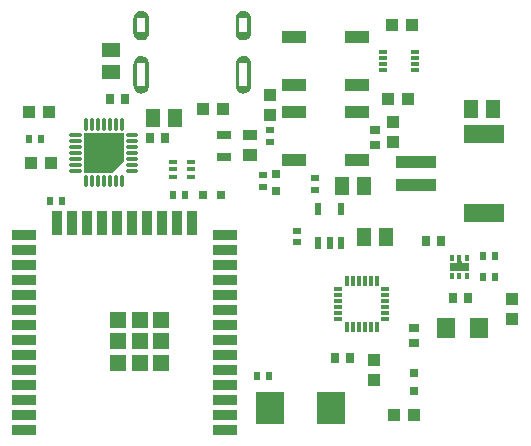
<source format=gbr>
G04 EAGLE Gerber RS-274X export*
G75*
%MOMM*%
%FSLAX34Y34*%
%LPD*%
%INSolderpaste Top*%
%IPPOS*%
%AMOC8*
5,1,8,0,0,1.08239X$1,22.5*%
G01*
%ADD10R,1.300000X1.500000*%
%ADD11R,2.370000X2.770000*%
%ADD12R,0.900000X0.700000*%
%ADD13R,0.700000X0.900000*%
%ADD14R,1.500000X1.300000*%
%ADD15R,0.800000X0.800000*%
%ADD16R,0.600000X0.700000*%
%ADD17R,0.700000X0.600000*%
%ADD18R,1.000000X1.100000*%
%ADD19R,1.270000X0.635000*%
%ADD20R,1.270000X1.016000*%
%ADD21R,1.270000X0.812800*%
%ADD22R,2.000000X0.900000*%
%ADD23R,0.900000X2.000000*%
%ADD24R,1.330000X1.330000*%
%ADD25C,0.300000*%
%ADD26R,0.660400X0.406400*%
%ADD27R,0.600000X1.100000*%
%ADD28R,0.400000X0.500000*%
%ADD29R,3.500000X1.000000*%
%ADD30R,3.400000X1.500000*%
%ADD31R,1.600000X1.800000*%
%ADD32R,0.800000X0.350000*%
%ADD33R,0.350000X0.850000*%
%ADD34R,2.100000X1.000000*%
%ADD35R,1.100000X1.000000*%
%ADD36R,0.700000X0.300000*%

G36*
X86661Y225547D02*
X86661Y225547D01*
X86675Y225545D01*
X96925Y235795D01*
X96926Y235807D01*
X96931Y235811D01*
X96928Y235816D01*
X96929Y235822D01*
X96939Y235830D01*
X96939Y259080D01*
X96903Y259127D01*
X96896Y259122D01*
X96890Y259129D01*
X63390Y259129D01*
X63343Y259093D01*
X63347Y259087D01*
X63343Y259083D01*
X63344Y259082D01*
X63341Y259080D01*
X63341Y225580D01*
X63377Y225533D01*
X63384Y225538D01*
X63390Y225531D01*
X86640Y225531D01*
X86661Y225547D01*
G37*
G36*
X199487Y292682D02*
X199487Y292682D01*
X199492Y292687D01*
X199496Y292685D01*
X200771Y293143D01*
X200774Y293149D01*
X200779Y293147D01*
X201940Y293845D01*
X201943Y293852D01*
X201948Y293851D01*
X202950Y294762D01*
X202951Y294769D01*
X202956Y294769D01*
X203761Y295858D01*
X203761Y295865D01*
X203763Y295866D01*
X203766Y295867D01*
X204343Y297092D01*
X204343Y297095D01*
X204345Y297097D01*
X204343Y297099D01*
X204347Y297101D01*
X204641Y298284D01*
X204641Y297530D01*
X204677Y297483D01*
X204739Y297530D01*
X204739Y317280D01*
X204738Y317282D01*
X204739Y317283D01*
X204653Y318654D01*
X204649Y318659D01*
X204652Y318663D01*
X204300Y319990D01*
X204295Y319995D01*
X204297Y319999D01*
X203693Y321233D01*
X203687Y321236D01*
X203688Y321241D01*
X202856Y322333D01*
X202849Y322335D01*
X202849Y322340D01*
X201819Y323248D01*
X201812Y323249D01*
X201812Y323254D01*
X200625Y323944D01*
X200617Y323943D01*
X200616Y323948D01*
X199317Y324393D01*
X199310Y324391D01*
X199307Y324396D01*
X197947Y324579D01*
X197937Y324573D01*
X197932Y324579D01*
X196624Y324351D01*
X196619Y324346D01*
X196615Y324349D01*
X195377Y323871D01*
X195373Y323865D01*
X195369Y323866D01*
X194248Y323156D01*
X194245Y323149D01*
X194240Y323150D01*
X193280Y322235D01*
X193278Y322228D01*
X193273Y322228D01*
X192510Y321143D01*
X192510Y321136D01*
X192505Y321134D01*
X191967Y319921D01*
X191969Y319914D01*
X191964Y319912D01*
X191674Y318617D01*
X191677Y318611D01*
X191673Y318608D01*
X191641Y317281D01*
X191641Y317280D01*
X191641Y299780D01*
X191642Y299779D01*
X191641Y299778D01*
X191694Y298434D01*
X191699Y298428D01*
X191696Y298424D01*
X192010Y297117D01*
X192016Y297112D01*
X192014Y297108D01*
X192578Y295886D01*
X192584Y295883D01*
X192582Y295878D01*
X193374Y294790D01*
X193381Y294788D01*
X193380Y294783D01*
X194368Y293870D01*
X194376Y293870D01*
X194376Y293865D01*
X195523Y293163D01*
X195531Y293163D01*
X195532Y293158D01*
X196794Y292693D01*
X196801Y292696D01*
X196804Y292691D01*
X198132Y292481D01*
X198142Y292487D01*
X198147Y292481D01*
X199487Y292682D01*
G37*
G36*
X111742Y292487D02*
X111742Y292487D01*
X111748Y292481D01*
X113076Y292691D01*
X113081Y292696D01*
X113086Y292693D01*
X114348Y293158D01*
X114352Y293164D01*
X114357Y293163D01*
X115504Y293865D01*
X115507Y293871D01*
X115512Y293870D01*
X116500Y294783D01*
X116501Y294790D01*
X116506Y294790D01*
X117298Y295878D01*
X117297Y295885D01*
X117303Y295886D01*
X117866Y297108D01*
X117865Y297115D01*
X117870Y297117D01*
X118141Y298244D01*
X118141Y297530D01*
X118177Y297483D01*
X118239Y297530D01*
X118239Y317280D01*
X118238Y317281D01*
X118239Y317282D01*
X118186Y318626D01*
X118181Y318632D01*
X118184Y318636D01*
X117870Y319943D01*
X117864Y319948D01*
X117866Y319953D01*
X117303Y321174D01*
X117296Y321177D01*
X117298Y321182D01*
X116506Y322270D01*
X116499Y322272D01*
X116500Y322277D01*
X115512Y323190D01*
X115504Y323190D01*
X115504Y323195D01*
X114357Y323898D01*
X114349Y323897D01*
X114348Y323902D01*
X113086Y324367D01*
X113079Y324364D01*
X113076Y324369D01*
X111748Y324579D01*
X111738Y324574D01*
X111733Y324579D01*
X110393Y324378D01*
X110388Y324373D01*
X110384Y324375D01*
X109109Y323917D01*
X109106Y323911D01*
X109101Y323913D01*
X107940Y323215D01*
X107938Y323208D01*
X107932Y323209D01*
X106930Y322298D01*
X106929Y322291D01*
X106924Y322291D01*
X106119Y321202D01*
X106119Y321194D01*
X106114Y321193D01*
X105537Y319968D01*
X105538Y319961D01*
X105534Y319959D01*
X105207Y318645D01*
X105209Y318638D01*
X105205Y318635D01*
X105141Y317282D01*
X105142Y317281D01*
X105141Y317280D01*
X105141Y299780D01*
X105142Y299779D01*
X105141Y299778D01*
X105205Y298425D01*
X105210Y298419D01*
X105207Y298415D01*
X105534Y297101D01*
X105539Y297096D01*
X105537Y297092D01*
X106114Y295867D01*
X106120Y295863D01*
X106119Y295858D01*
X106924Y294769D01*
X106931Y294767D01*
X106930Y294762D01*
X107932Y293851D01*
X107940Y293850D01*
X107940Y293845D01*
X109101Y293147D01*
X109108Y293148D01*
X109109Y293143D01*
X110384Y292685D01*
X110391Y292687D01*
X110393Y292682D01*
X111733Y292481D01*
X111742Y292487D01*
G37*
G36*
X199395Y337575D02*
X199395Y337575D01*
X199400Y337579D01*
X199401Y337579D01*
X199405Y337576D01*
X200614Y337912D01*
X200618Y337918D01*
X200623Y337916D01*
X201743Y338481D01*
X201746Y338488D01*
X201751Y338486D01*
X202740Y339260D01*
X202742Y339267D01*
X202747Y339266D01*
X203565Y340218D01*
X203566Y340225D01*
X203571Y340225D01*
X204188Y341318D01*
X204187Y341325D01*
X204192Y341327D01*
X204585Y342519D01*
X204582Y342526D01*
X204587Y342528D01*
X204706Y343505D01*
X204739Y343530D01*
X204739Y356530D01*
X204736Y356534D01*
X204739Y356537D01*
X204565Y357756D01*
X204559Y357761D01*
X204562Y357765D01*
X204154Y358927D01*
X204148Y358931D01*
X204149Y358936D01*
X203522Y359995D01*
X203515Y359998D01*
X203516Y360003D01*
X202694Y360919D01*
X202687Y360921D01*
X202687Y360926D01*
X201702Y361665D01*
X201695Y361665D01*
X201694Y361670D01*
X200584Y362202D01*
X200577Y362201D01*
X200575Y362205D01*
X199382Y362511D01*
X199375Y362508D01*
X199372Y362512D01*
X198143Y362579D01*
X198139Y362577D01*
X198137Y362579D01*
X196918Y362503D01*
X196914Y362500D01*
X196911Y362500D01*
X196909Y362502D01*
X195728Y362190D01*
X195724Y362184D01*
X195719Y362187D01*
X194622Y361650D01*
X194619Y361644D01*
X194614Y361645D01*
X193643Y360905D01*
X193641Y360898D01*
X193635Y360898D01*
X192827Y359983D01*
X192827Y359976D01*
X192822Y359975D01*
X192207Y358920D01*
X192208Y358913D01*
X192203Y358911D01*
X191807Y357756D01*
X191809Y357749D01*
X191805Y357747D01*
X191641Y356537D01*
X191644Y356532D01*
X191641Y356530D01*
X191641Y343780D01*
X191643Y343777D01*
X191641Y343774D01*
X191783Y342538D01*
X191788Y342532D01*
X191785Y342528D01*
X192165Y341343D01*
X192171Y341338D01*
X192169Y341334D01*
X192773Y340245D01*
X192779Y340242D01*
X192778Y340237D01*
X193583Y339287D01*
X193590Y339286D01*
X193590Y339281D01*
X194565Y338506D01*
X194572Y338506D01*
X194573Y338501D01*
X195680Y337931D01*
X195687Y337933D01*
X195689Y337928D01*
X196886Y337585D01*
X196892Y337588D01*
X196895Y337583D01*
X198136Y337481D01*
X198141Y337484D01*
X198144Y337481D01*
X199395Y337575D01*
G37*
G36*
X111742Y337484D02*
X111742Y337484D01*
X111745Y337481D01*
X113160Y337618D01*
X113166Y337624D01*
X113171Y337620D01*
X114521Y338069D01*
X114525Y338076D01*
X114531Y338073D01*
X115747Y338811D01*
X115750Y338819D01*
X115755Y338818D01*
X116777Y339807D01*
X116778Y339815D01*
X116784Y339816D01*
X117559Y341008D01*
X117559Y341013D01*
X117560Y341013D01*
X117559Y341015D01*
X117558Y341016D01*
X117564Y341018D01*
X118055Y342353D01*
X118052Y342360D01*
X118057Y342363D01*
X118204Y343503D01*
X118239Y343530D01*
X118239Y356530D01*
X118236Y356534D01*
X118239Y356537D01*
X118075Y357747D01*
X118070Y357752D01*
X118073Y357756D01*
X117677Y358911D01*
X117671Y358915D01*
X117673Y358920D01*
X117058Y359975D01*
X117052Y359978D01*
X117053Y359983D01*
X116245Y360898D01*
X116238Y360900D01*
X116238Y360905D01*
X115266Y361645D01*
X115259Y361645D01*
X115258Y361650D01*
X114161Y362187D01*
X114154Y362185D01*
X114152Y362190D01*
X112971Y362502D01*
X112966Y362500D01*
X112964Y362500D01*
X112962Y362503D01*
X111743Y362579D01*
X111739Y362577D01*
X111737Y362579D01*
X110508Y362512D01*
X110502Y362508D01*
X110498Y362511D01*
X109306Y362205D01*
X109301Y362200D01*
X109296Y362202D01*
X108186Y361670D01*
X108183Y361663D01*
X108178Y361665D01*
X107193Y360926D01*
X107191Y360919D01*
X107186Y360919D01*
X106364Y360003D01*
X106363Y359996D01*
X106358Y359995D01*
X105731Y358936D01*
X105731Y358928D01*
X105726Y358927D01*
X105318Y357765D01*
X105320Y357758D01*
X105315Y357756D01*
X105141Y356537D01*
X105144Y356532D01*
X105141Y356530D01*
X105141Y343780D01*
X105144Y343776D01*
X105141Y343774D01*
X105293Y342528D01*
X105298Y342523D01*
X105295Y342519D01*
X105688Y341327D01*
X105694Y341323D01*
X105692Y341318D01*
X106309Y340225D01*
X106316Y340223D01*
X106315Y340218D01*
X107133Y339266D01*
X107140Y339265D01*
X107140Y339260D01*
X108129Y338486D01*
X108136Y338486D01*
X108137Y338481D01*
X109257Y337916D01*
X109264Y337917D01*
X109266Y337912D01*
X110475Y337576D01*
X110482Y337579D01*
X110485Y337575D01*
X111736Y337481D01*
X111742Y337484D01*
G37*
%LPC*%
G36*
X194689Y298579D02*
X194689Y298579D01*
X194689Y318481D01*
X201591Y318481D01*
X201591Y298579D01*
X194689Y298579D01*
G37*
%LPD*%
%LPC*%
G36*
X108289Y298579D02*
X108289Y298579D01*
X108289Y318481D01*
X115141Y318481D01*
X115141Y298579D01*
X108289Y298579D01*
G37*
%LPD*%
G36*
X389155Y142169D02*
X389155Y142169D01*
X389155Y142170D01*
X389155Y149170D01*
X389151Y149175D01*
X389150Y149175D01*
X383155Y149175D01*
X383155Y151170D01*
X383151Y151175D01*
X383150Y151175D01*
X379150Y151175D01*
X379145Y151171D01*
X379145Y151170D01*
X379145Y149175D01*
X373150Y149175D01*
X373145Y149171D01*
X373145Y149170D01*
X373145Y142170D01*
X373149Y142165D01*
X373150Y142165D01*
X389150Y142165D01*
X389155Y142169D01*
G37*
%LPC*%
G36*
X108289Y344579D02*
X108289Y344579D01*
X108289Y356481D01*
X115141Y356481D01*
X115141Y344579D01*
X108289Y344579D01*
G37*
%LPD*%
%LPC*%
G36*
X194739Y344579D02*
X194739Y344579D01*
X194739Y356481D01*
X201591Y356481D01*
X201591Y344579D01*
X194739Y344579D01*
G37*
%LPD*%
D10*
X281330Y214630D03*
X300330Y214630D03*
D11*
X220680Y26670D03*
X272080Y26670D03*
D12*
X342900Y94130D03*
X342900Y81130D03*
D13*
X119230Y255270D03*
X132230Y255270D03*
X97940Y288290D03*
X84940Y288290D03*
D10*
X121310Y271780D03*
X140310Y271780D03*
D14*
X86360Y310540D03*
X86360Y329540D03*
D10*
X300380Y171450D03*
X319380Y171450D03*
D15*
X226060Y209670D03*
X226060Y224670D03*
X178950Y207010D03*
X163950Y207010D03*
D16*
X401400Y154940D03*
X411400Y154940D03*
X44370Y201930D03*
X34370Y201930D03*
X209630Y53340D03*
X219630Y53340D03*
X138510Y207010D03*
X148510Y207010D03*
D17*
X220980Y251540D03*
X220980Y261540D03*
X214630Y213440D03*
X214630Y223440D03*
D18*
X18170Y233680D03*
X35170Y233680D03*
X33900Y276860D03*
X16900Y276860D03*
D16*
X26590Y254000D03*
X16590Y254000D03*
D17*
X243840Y166450D03*
X243840Y176450D03*
X259080Y220900D03*
X259080Y210900D03*
D16*
X411400Y137160D03*
X401400Y137160D03*
D19*
X181610Y238760D03*
X181610Y257810D03*
D20*
X203708Y240792D03*
D21*
X203708Y257810D03*
D22*
X182880Y7620D03*
X182880Y20320D03*
X182880Y33020D03*
X182880Y45720D03*
X182880Y58420D03*
X182880Y71120D03*
X182880Y83820D03*
X182880Y96520D03*
X182880Y109220D03*
X182880Y121920D03*
X182880Y134620D03*
X182880Y147320D03*
X182880Y160020D03*
X182880Y172720D03*
D23*
X155030Y182720D03*
X142330Y182720D03*
X129630Y182720D03*
X116930Y182720D03*
X104230Y182720D03*
X91530Y182720D03*
X78830Y182720D03*
X66130Y182720D03*
X53430Y182720D03*
X40730Y182720D03*
D22*
X12880Y172720D03*
X12880Y160020D03*
X12880Y147320D03*
X12880Y134620D03*
X12880Y121920D03*
X12880Y109220D03*
X12880Y96520D03*
X12880Y83820D03*
X12880Y71120D03*
X12880Y58420D03*
X12880Y45720D03*
X12880Y33020D03*
X12880Y20320D03*
X12880Y7620D03*
D24*
X128730Y64270D03*
X110380Y64270D03*
X92030Y64270D03*
X128730Y82620D03*
X110380Y82620D03*
X92030Y82620D03*
X128730Y100970D03*
X110380Y100970D03*
X92030Y100970D03*
D25*
X100640Y227330D02*
X107640Y227330D01*
X107640Y232330D02*
X100640Y232330D01*
X100640Y237330D02*
X107640Y237330D01*
X107640Y242330D02*
X100640Y242330D01*
X100640Y247330D02*
X107640Y247330D01*
X107640Y252330D02*
X100640Y252330D01*
X100640Y257330D02*
X107640Y257330D01*
X95140Y262830D02*
X95140Y269830D01*
X90140Y269830D02*
X90140Y262830D01*
X85140Y262830D02*
X85140Y269830D01*
X80140Y269830D02*
X80140Y262830D01*
X75140Y262830D02*
X75140Y269830D01*
X70140Y269830D02*
X70140Y262830D01*
X65140Y262830D02*
X65140Y269830D01*
X59640Y257330D02*
X52640Y257330D01*
X52640Y252330D02*
X59640Y252330D01*
X59640Y247330D02*
X52640Y247330D01*
X52640Y242330D02*
X59640Y242330D01*
X59640Y237330D02*
X52640Y237330D01*
X52640Y232330D02*
X59640Y232330D01*
X59640Y227330D02*
X52640Y227330D01*
X65140Y221830D02*
X65140Y214830D01*
X70140Y214830D02*
X70140Y221830D01*
X75140Y221830D02*
X75140Y214830D01*
X80140Y214830D02*
X80140Y221830D01*
X85140Y221830D02*
X85140Y214830D01*
X90140Y214830D02*
X90140Y221830D01*
X95140Y221830D02*
X95140Y214830D01*
D19*
X78740Y240030D03*
D26*
X138430Y234950D03*
X138430Y228346D03*
X138430Y221742D03*
X153924Y221742D03*
X153924Y228346D03*
X153924Y234950D03*
D27*
X261670Y166370D03*
X271170Y166370D03*
X280670Y166370D03*
X280670Y194370D03*
X261670Y194370D03*
D28*
X387650Y153670D03*
X381150Y153670D03*
X374650Y153670D03*
X374650Y137670D03*
X381150Y137670D03*
X387650Y137670D03*
D29*
X344170Y234790D03*
X344170Y214790D03*
D30*
X401670Y258290D03*
X401670Y191290D03*
D31*
X369540Y93980D03*
X397540Y93980D03*
D18*
X308610Y66920D03*
X308610Y49920D03*
D13*
X288440Y68580D03*
X275440Y68580D03*
X375770Y119380D03*
X388770Y119380D03*
X365910Y167640D03*
X352910Y167640D03*
D32*
X278450Y126770D03*
X278450Y121770D03*
X278450Y116770D03*
X278450Y111770D03*
X278450Y106770D03*
X278450Y101770D03*
D33*
X285950Y94800D03*
X290950Y94800D03*
X295950Y94800D03*
X300950Y94800D03*
X305950Y94800D03*
X310950Y94800D03*
D32*
X318450Y101770D03*
X318450Y106770D03*
X318450Y111770D03*
X318450Y116770D03*
X318450Y121770D03*
X318450Y126770D03*
D33*
X310950Y133800D03*
X305950Y133800D03*
X300950Y133800D03*
X295950Y133800D03*
X290950Y133800D03*
X285950Y133800D03*
D34*
X294470Y236540D03*
X241470Y236540D03*
X294470Y276540D03*
X241470Y276540D03*
D18*
X181220Y279400D03*
X164220Y279400D03*
D35*
X220980Y274710D03*
X220980Y291710D03*
D18*
X320430Y288290D03*
X337430Y288290D03*
D12*
X309880Y248770D03*
X309880Y261770D03*
D34*
X241470Y340040D03*
X294470Y340040D03*
X241470Y300040D03*
X294470Y300040D03*
D35*
X324240Y350520D03*
X341240Y350520D03*
X425450Y101990D03*
X425450Y118990D03*
D15*
X342900Y40760D03*
X342900Y55760D03*
D18*
X325510Y20320D03*
X342510Y20320D03*
D36*
X316700Y327540D03*
X316700Y322540D03*
X316700Y317540D03*
X316700Y312540D03*
X343700Y312540D03*
X343700Y317540D03*
X343700Y322540D03*
X343700Y327540D03*
D10*
X409550Y279400D03*
X390550Y279400D03*
D35*
X325120Y251850D03*
X325120Y268850D03*
M02*

</source>
